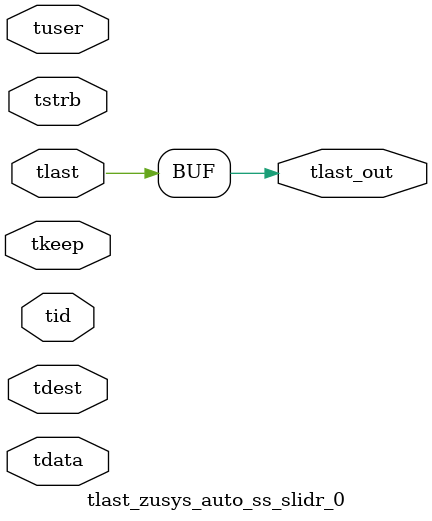
<source format=v>


`timescale 1ps/1ps

module tlast_zusys_auto_ss_slidr_0 #
(
parameter C_S_AXIS_TID_WIDTH   = 1,
parameter C_S_AXIS_TUSER_WIDTH = 0,
parameter C_S_AXIS_TDATA_WIDTH = 0,
parameter C_S_AXIS_TDEST_WIDTH = 0
)
(
input  [(C_S_AXIS_TID_WIDTH   == 0 ? 1 : C_S_AXIS_TID_WIDTH)-1:0       ] tid,
input  [(C_S_AXIS_TDATA_WIDTH == 0 ? 1 : C_S_AXIS_TDATA_WIDTH)-1:0     ] tdata,
input  [(C_S_AXIS_TUSER_WIDTH == 0 ? 1 : C_S_AXIS_TUSER_WIDTH)-1:0     ] tuser,
input  [(C_S_AXIS_TDEST_WIDTH == 0 ? 1 : C_S_AXIS_TDEST_WIDTH)-1:0     ] tdest,
input  [(C_S_AXIS_TDATA_WIDTH/8)-1:0 ] tkeep,
input  [(C_S_AXIS_TDATA_WIDTH/8)-1:0 ] tstrb,
input  [0:0]                                                             tlast,
output                                                                   tlast_out
);

assign tlast_out = {tlast[0]};

endmodule


</source>
